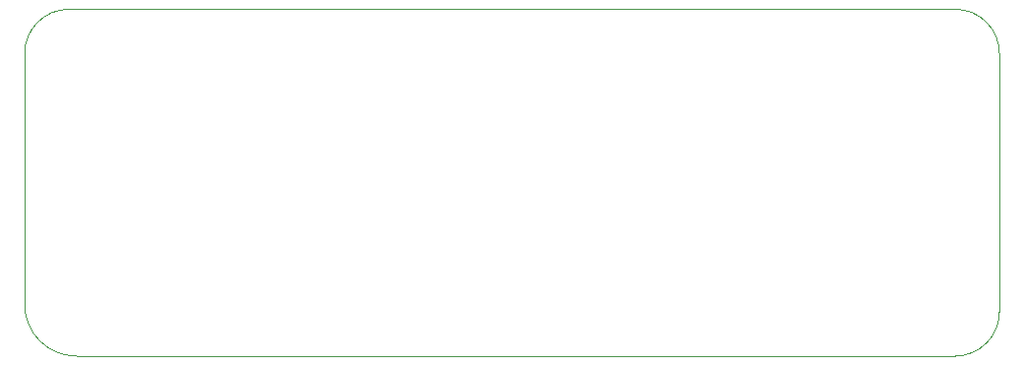
<source format=gbr>
G04 #@! TF.GenerationSoftware,KiCad,Pcbnew,(5.1.5)-3*
G04 #@! TF.CreationDate,2021-03-03T13:10:29+01:00*
G04 #@! TF.ProjectId,LedArray,4c656441-7272-4617-992e-6b696361645f,rev?*
G04 #@! TF.SameCoordinates,Original*
G04 #@! TF.FileFunction,Profile,NP*
%FSLAX46Y46*%
G04 Gerber Fmt 4.6, Leading zero omitted, Abs format (unit mm)*
G04 Created by KiCad (PCBNEW (5.1.5)-3) date 2021-03-03 13:10:29*
%MOMM*%
%LPD*%
G04 APERTURE LIST*
%ADD10C,0.050000*%
G04 APERTURE END LIST*
D10*
X34290000Y-95250000D02*
G75*
G02X38100000Y-91440000I3810000J0D01*
G01*
X34290000Y-116840000D02*
X34290000Y-95250000D01*
X114300000Y-91440000D02*
X38100000Y-91440000D01*
X38735000Y-121285000D02*
G75*
G02X34290000Y-116840000I0J4445000D01*
G01*
X114300000Y-121285000D02*
X38735000Y-121285000D01*
X118110000Y-117475000D02*
G75*
G02X114300000Y-121285000I-3810000J0D01*
G01*
X118110000Y-95250000D02*
X118110000Y-117475000D01*
X114300000Y-91440000D02*
G75*
G02X118110000Y-95250000I0J-3810000D01*
G01*
M02*

</source>
